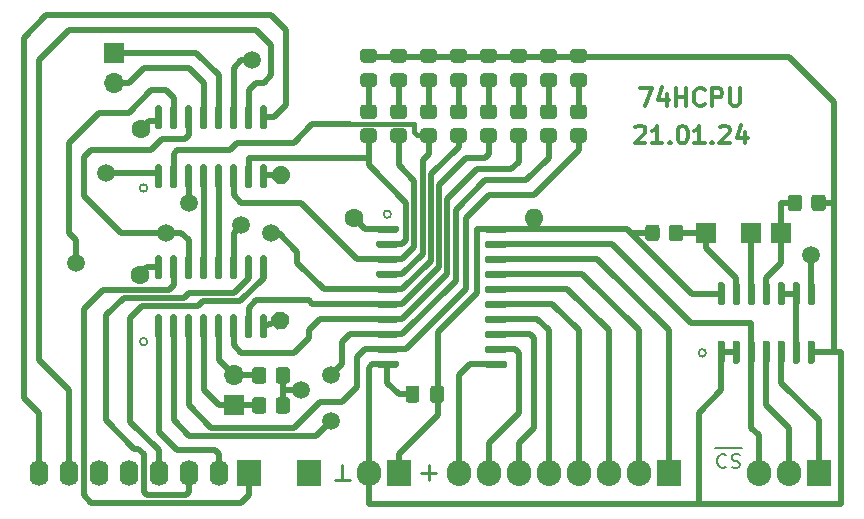
<source format=gbr>
G04 #@! TF.GenerationSoftware,KiCad,Pcbnew,(5.1.8)-1*
G04 #@! TF.CreationDate,2024-01-21T21:12:21+03:00*
G04 #@! TF.ProjectId,Reg,5265672e-6b69-4636-9164-5f7063625858,rev?*
G04 #@! TF.SameCoordinates,Original*
G04 #@! TF.FileFunction,Copper,L1,Top*
G04 #@! TF.FilePolarity,Positive*
%FSLAX46Y46*%
G04 Gerber Fmt 4.6, Leading zero omitted, Abs format (unit mm)*
G04 Created by KiCad (PCBNEW (5.1.8)-1) date 2024-01-21 21:12:21*
%MOMM*%
%LPD*%
G01*
G04 APERTURE LIST*
G04 #@! TA.AperFunction,NonConductor*
%ADD10C,0.200000*%
G04 #@! TD*
G04 #@! TA.AperFunction,NonConductor*
%ADD11C,0.300000*%
G04 #@! TD*
G04 #@! TA.AperFunction,ComponentPad*
%ADD12R,1.700000X1.700000*%
G04 #@! TD*
G04 #@! TA.AperFunction,ComponentPad*
%ADD13O,1.600000X1.600000*%
G04 #@! TD*
G04 #@! TA.AperFunction,ComponentPad*
%ADD14C,1.600000*%
G04 #@! TD*
G04 #@! TA.AperFunction,ComponentPad*
%ADD15R,2.100000X2.200000*%
G04 #@! TD*
G04 #@! TA.AperFunction,ComponentPad*
%ADD16O,1.600000X2.200000*%
G04 #@! TD*
G04 #@! TA.AperFunction,ComponentPad*
%ADD17O,2.100000X2.200000*%
G04 #@! TD*
G04 #@! TA.AperFunction,ComponentPad*
%ADD18O,1.700000X1.700000*%
G04 #@! TD*
G04 #@! TA.AperFunction,ViaPad*
%ADD19C,1.500000*%
G04 #@! TD*
G04 #@! TA.AperFunction,Conductor*
%ADD20C,0.250000*%
G04 #@! TD*
G04 #@! TA.AperFunction,Conductor*
%ADD21C,0.500000*%
G04 #@! TD*
G04 #@! TA.AperFunction,Conductor*
%ADD22C,0.400000*%
G04 #@! TD*
G04 APERTURE END LIST*
D10*
X62547500Y-42227500D02*
G75*
G03*
X62547500Y-42227500I-317500J0D01*
G01*
X110588571Y-51263500D02*
X111788571Y-51263500D01*
X111560000Y-52816071D02*
X111502857Y-52873214D01*
X111331428Y-52930357D01*
X111217142Y-52930357D01*
X111045714Y-52873214D01*
X110931428Y-52758928D01*
X110874285Y-52644642D01*
X110817142Y-52416071D01*
X110817142Y-52244642D01*
X110874285Y-52016071D01*
X110931428Y-51901785D01*
X111045714Y-51787500D01*
X111217142Y-51730357D01*
X111331428Y-51730357D01*
X111502857Y-51787500D01*
X111560000Y-51844642D01*
X111788571Y-51263500D02*
X112931428Y-51263500D01*
X112017142Y-52873214D02*
X112188571Y-52930357D01*
X112474285Y-52930357D01*
X112588571Y-52873214D01*
X112645714Y-52816071D01*
X112702857Y-52701785D01*
X112702857Y-52587500D01*
X112645714Y-52473214D01*
X112588571Y-52416071D01*
X112474285Y-52358928D01*
X112245714Y-52301785D01*
X112131428Y-52244642D01*
X112074285Y-52187500D01*
X112017142Y-52073214D01*
X112017142Y-51958928D01*
X112074285Y-51844642D01*
X112131428Y-51787500D01*
X112245714Y-51730357D01*
X112531428Y-51730357D01*
X112702857Y-51787500D01*
X83185000Y-31432500D02*
G75*
G03*
X83185000Y-31432500I-317500J0D01*
G01*
D11*
X103870714Y-24086428D02*
X103942142Y-24015000D01*
X104085000Y-23943571D01*
X104442142Y-23943571D01*
X104585000Y-24015000D01*
X104656428Y-24086428D01*
X104727857Y-24229285D01*
X104727857Y-24372142D01*
X104656428Y-24586428D01*
X103799285Y-25443571D01*
X104727857Y-25443571D01*
X106156428Y-25443571D02*
X105299285Y-25443571D01*
X105727857Y-25443571D02*
X105727857Y-23943571D01*
X105585000Y-24157857D01*
X105442142Y-24300714D01*
X105299285Y-24372142D01*
X106799285Y-25300714D02*
X106870714Y-25372142D01*
X106799285Y-25443571D01*
X106727857Y-25372142D01*
X106799285Y-25300714D01*
X106799285Y-25443571D01*
X107799285Y-23943571D02*
X107942142Y-23943571D01*
X108085000Y-24015000D01*
X108156428Y-24086428D01*
X108227857Y-24229285D01*
X108299285Y-24515000D01*
X108299285Y-24872142D01*
X108227857Y-25157857D01*
X108156428Y-25300714D01*
X108085000Y-25372142D01*
X107942142Y-25443571D01*
X107799285Y-25443571D01*
X107656428Y-25372142D01*
X107585000Y-25300714D01*
X107513571Y-25157857D01*
X107442142Y-24872142D01*
X107442142Y-24515000D01*
X107513571Y-24229285D01*
X107585000Y-24086428D01*
X107656428Y-24015000D01*
X107799285Y-23943571D01*
X109727857Y-25443571D02*
X108870714Y-25443571D01*
X109299285Y-25443571D02*
X109299285Y-23943571D01*
X109156428Y-24157857D01*
X109013571Y-24300714D01*
X108870714Y-24372142D01*
X110370714Y-25300714D02*
X110442142Y-25372142D01*
X110370714Y-25443571D01*
X110299285Y-25372142D01*
X110370714Y-25300714D01*
X110370714Y-25443571D01*
X111013571Y-24086428D02*
X111085000Y-24015000D01*
X111227857Y-23943571D01*
X111585000Y-23943571D01*
X111727857Y-24015000D01*
X111799285Y-24086428D01*
X111870714Y-24229285D01*
X111870714Y-24372142D01*
X111799285Y-24586428D01*
X110942142Y-25443571D01*
X111870714Y-25443571D01*
X113156428Y-24443571D02*
X113156428Y-25443571D01*
X112799285Y-23872142D02*
X112442142Y-24943571D01*
X113370714Y-24943571D01*
X104299285Y-20768571D02*
X105299285Y-20768571D01*
X104656428Y-22268571D01*
X106513571Y-21268571D02*
X106513571Y-22268571D01*
X106156428Y-20697142D02*
X105799285Y-21768571D01*
X106727857Y-21768571D01*
X107299285Y-22268571D02*
X107299285Y-20768571D01*
X107299285Y-21482857D02*
X108156428Y-21482857D01*
X108156428Y-22268571D02*
X108156428Y-20768571D01*
X109727857Y-22125714D02*
X109656428Y-22197142D01*
X109442142Y-22268571D01*
X109299285Y-22268571D01*
X109085000Y-22197142D01*
X108942142Y-22054285D01*
X108870714Y-21911428D01*
X108799285Y-21625714D01*
X108799285Y-21411428D01*
X108870714Y-21125714D01*
X108942142Y-20982857D01*
X109085000Y-20840000D01*
X109299285Y-20768571D01*
X109442142Y-20768571D01*
X109656428Y-20840000D01*
X109727857Y-20911428D01*
X110370714Y-22268571D02*
X110370714Y-20768571D01*
X110942142Y-20768571D01*
X111085000Y-20840000D01*
X111156428Y-20911428D01*
X111227857Y-21054285D01*
X111227857Y-21268571D01*
X111156428Y-21411428D01*
X111085000Y-21482857D01*
X110942142Y-21554285D01*
X110370714Y-21554285D01*
X111870714Y-20768571D02*
X111870714Y-21982857D01*
X111942142Y-22125714D01*
X112013571Y-22197142D01*
X112156428Y-22268571D01*
X112442142Y-22268571D01*
X112585000Y-22197142D01*
X112656428Y-22125714D01*
X112727857Y-21982857D01*
X112727857Y-20768571D01*
D10*
X109855000Y-43180000D02*
G75*
G03*
X109855000Y-43180000I-317500J0D01*
G01*
X62547500Y-29210000D02*
G75*
G03*
X62547500Y-29210000I-317500J0D01*
G01*
G04 #@! TA.AperFunction,SMDPad,CuDef*
G36*
G01*
X106715000Y-33470001D02*
X106715000Y-32569999D01*
G75*
G02*
X106964999Y-32320000I249999J0D01*
G01*
X107665001Y-32320000D01*
G75*
G02*
X107915000Y-32569999I0J-249999D01*
G01*
X107915000Y-33470001D01*
G75*
G02*
X107665001Y-33720000I-249999J0D01*
G01*
X106964999Y-33720000D01*
G75*
G02*
X106715000Y-33470001I0J249999D01*
G01*
G37*
G04 #@! TD.AperFunction*
G04 #@! TA.AperFunction,SMDPad,CuDef*
G36*
G01*
X104715000Y-33470001D02*
X104715000Y-32569999D01*
G75*
G02*
X104964999Y-32320000I249999J0D01*
G01*
X105665001Y-32320000D01*
G75*
G02*
X105915000Y-32569999I0J-249999D01*
G01*
X105915000Y-33470001D01*
G75*
G02*
X105665001Y-33720000I-249999J0D01*
G01*
X104964999Y-33720000D01*
G75*
G02*
X104715000Y-33470001I0J249999D01*
G01*
G37*
G04 #@! TD.AperFunction*
D12*
X113665000Y-33020000D03*
X109855000Y-33020000D03*
G04 #@! TA.AperFunction,SMDPad,CuDef*
G36*
G01*
X117980000Y-30029999D02*
X117980000Y-30930001D01*
G75*
G02*
X117730001Y-31180000I-249999J0D01*
G01*
X117029999Y-31180000D01*
G75*
G02*
X116780000Y-30930001I0J249999D01*
G01*
X116780000Y-30029999D01*
G75*
G02*
X117029999Y-29780000I249999J0D01*
G01*
X117730001Y-29780000D01*
G75*
G02*
X117980000Y-30029999I0J-249999D01*
G01*
G37*
G04 #@! TD.AperFunction*
G04 #@! TA.AperFunction,SMDPad,CuDef*
G36*
G01*
X119980000Y-30029999D02*
X119980000Y-30930001D01*
G75*
G02*
X119730001Y-31180000I-249999J0D01*
G01*
X119029999Y-31180000D01*
G75*
G02*
X118780000Y-30930001I0J249999D01*
G01*
X118780000Y-30029999D01*
G75*
G02*
X119029999Y-29780000I249999J0D01*
G01*
X119730001Y-29780000D01*
G75*
G02*
X119980000Y-30029999I0J-249999D01*
G01*
G37*
G04 #@! TD.AperFunction*
X116205000Y-33020000D03*
G04 #@! TA.AperFunction,SMDPad,CuDef*
G36*
G01*
X73425000Y-45535001D02*
X73425000Y-44634999D01*
G75*
G02*
X73674999Y-44385000I249999J0D01*
G01*
X74375001Y-44385000D01*
G75*
G02*
X74625000Y-44634999I0J-249999D01*
G01*
X74625000Y-45535001D01*
G75*
G02*
X74375001Y-45785000I-249999J0D01*
G01*
X73674999Y-45785000D01*
G75*
G02*
X73425000Y-45535001I0J249999D01*
G01*
G37*
G04 #@! TD.AperFunction*
G04 #@! TA.AperFunction,SMDPad,CuDef*
G36*
G01*
X71425000Y-45535001D02*
X71425000Y-44634999D01*
G75*
G02*
X71674999Y-44385000I249999J0D01*
G01*
X72375001Y-44385000D01*
G75*
G02*
X72625000Y-44634999I0J-249999D01*
G01*
X72625000Y-45535001D01*
G75*
G02*
X72375001Y-45785000I-249999J0D01*
G01*
X71674999Y-45785000D01*
G75*
G02*
X71425000Y-45535001I0J249999D01*
G01*
G37*
G04 #@! TD.AperFunction*
G04 #@! TA.AperFunction,SMDPad,CuDef*
G36*
G01*
X73425000Y-48075001D02*
X73425000Y-47174999D01*
G75*
G02*
X73674999Y-46925000I249999J0D01*
G01*
X74375001Y-46925000D01*
G75*
G02*
X74625000Y-47174999I0J-249999D01*
G01*
X74625000Y-48075001D01*
G75*
G02*
X74375001Y-48325000I-249999J0D01*
G01*
X73674999Y-48325000D01*
G75*
G02*
X73425000Y-48075001I0J249999D01*
G01*
G37*
G04 #@! TD.AperFunction*
G04 #@! TA.AperFunction,SMDPad,CuDef*
G36*
G01*
X71425000Y-48075001D02*
X71425000Y-47174999D01*
G75*
G02*
X71674999Y-46925000I249999J0D01*
G01*
X72375001Y-46925000D01*
G75*
G02*
X72625000Y-47174999I0J-249999D01*
G01*
X72625000Y-48075001D01*
G75*
G02*
X72375001Y-48325000I-249999J0D01*
G01*
X71674999Y-48325000D01*
G75*
G02*
X71425000Y-48075001I0J249999D01*
G01*
G37*
G04 #@! TD.AperFunction*
D13*
X95250000Y-31750000D03*
D14*
X80010000Y-31750000D03*
G04 #@! TA.AperFunction,ComponentPad*
G36*
G01*
X73039861Y-40191498D02*
X73039861Y-40191498D01*
G75*
G02*
X74047920Y-39677867I760845J-247214D01*
G01*
X74047920Y-39677867D01*
G75*
G02*
X74561551Y-40685926I-247214J-760845D01*
G01*
X74561551Y-40685926D01*
G75*
G02*
X73553492Y-41199557I-760845J247214D01*
G01*
X73553492Y-41199557D01*
G75*
G02*
X73039861Y-40191498I247214J760845D01*
G01*
G37*
G04 #@! TD.AperFunction*
X61912500Y-36576000D03*
G04 #@! TA.AperFunction,ComponentPad*
G36*
G01*
X73103361Y-27872498D02*
X73103361Y-27872498D01*
G75*
G02*
X74111420Y-27358867I760845J-247214D01*
G01*
X74111420Y-27358867D01*
G75*
G02*
X74625051Y-28366926I-247214J-760845D01*
G01*
X74625051Y-28366926D01*
G75*
G02*
X73616992Y-28880557I-760845J247214D01*
G01*
X73616992Y-28880557D01*
G75*
G02*
X73103361Y-27872498I247214J760845D01*
G01*
G37*
G04 #@! TD.AperFunction*
X61976000Y-24257000D03*
G04 #@! TA.AperFunction,SMDPad,CuDef*
G36*
G01*
X63650000Y-24217500D02*
X63350000Y-24217500D01*
G75*
G02*
X63200000Y-24067500I0J150000D01*
G01*
X63200000Y-22367500D01*
G75*
G02*
X63350000Y-22217500I150000J0D01*
G01*
X63650000Y-22217500D01*
G75*
G02*
X63800000Y-22367500I0J-150000D01*
G01*
X63800000Y-24067500D01*
G75*
G02*
X63650000Y-24217500I-150000J0D01*
G01*
G37*
G04 #@! TD.AperFunction*
G04 #@! TA.AperFunction,SMDPad,CuDef*
G36*
G01*
X64920000Y-24217500D02*
X64620000Y-24217500D01*
G75*
G02*
X64470000Y-24067500I0J150000D01*
G01*
X64470000Y-22367500D01*
G75*
G02*
X64620000Y-22217500I150000J0D01*
G01*
X64920000Y-22217500D01*
G75*
G02*
X65070000Y-22367500I0J-150000D01*
G01*
X65070000Y-24067500D01*
G75*
G02*
X64920000Y-24217500I-150000J0D01*
G01*
G37*
G04 #@! TD.AperFunction*
G04 #@! TA.AperFunction,SMDPad,CuDef*
G36*
G01*
X66190000Y-24217500D02*
X65890000Y-24217500D01*
G75*
G02*
X65740000Y-24067500I0J150000D01*
G01*
X65740000Y-22367500D01*
G75*
G02*
X65890000Y-22217500I150000J0D01*
G01*
X66190000Y-22217500D01*
G75*
G02*
X66340000Y-22367500I0J-150000D01*
G01*
X66340000Y-24067500D01*
G75*
G02*
X66190000Y-24217500I-150000J0D01*
G01*
G37*
G04 #@! TD.AperFunction*
G04 #@! TA.AperFunction,SMDPad,CuDef*
G36*
G01*
X67460000Y-24217500D02*
X67160000Y-24217500D01*
G75*
G02*
X67010000Y-24067500I0J150000D01*
G01*
X67010000Y-22367500D01*
G75*
G02*
X67160000Y-22217500I150000J0D01*
G01*
X67460000Y-22217500D01*
G75*
G02*
X67610000Y-22367500I0J-150000D01*
G01*
X67610000Y-24067500D01*
G75*
G02*
X67460000Y-24217500I-150000J0D01*
G01*
G37*
G04 #@! TD.AperFunction*
G04 #@! TA.AperFunction,SMDPad,CuDef*
G36*
G01*
X68730000Y-24217500D02*
X68430000Y-24217500D01*
G75*
G02*
X68280000Y-24067500I0J150000D01*
G01*
X68280000Y-22367500D01*
G75*
G02*
X68430000Y-22217500I150000J0D01*
G01*
X68730000Y-22217500D01*
G75*
G02*
X68880000Y-22367500I0J-150000D01*
G01*
X68880000Y-24067500D01*
G75*
G02*
X68730000Y-24217500I-150000J0D01*
G01*
G37*
G04 #@! TD.AperFunction*
G04 #@! TA.AperFunction,SMDPad,CuDef*
G36*
G01*
X70000000Y-24217500D02*
X69700000Y-24217500D01*
G75*
G02*
X69550000Y-24067500I0J150000D01*
G01*
X69550000Y-22367500D01*
G75*
G02*
X69700000Y-22217500I150000J0D01*
G01*
X70000000Y-22217500D01*
G75*
G02*
X70150000Y-22367500I0J-150000D01*
G01*
X70150000Y-24067500D01*
G75*
G02*
X70000000Y-24217500I-150000J0D01*
G01*
G37*
G04 #@! TD.AperFunction*
G04 #@! TA.AperFunction,SMDPad,CuDef*
G36*
G01*
X71270000Y-24217500D02*
X70970000Y-24217500D01*
G75*
G02*
X70820000Y-24067500I0J150000D01*
G01*
X70820000Y-22367500D01*
G75*
G02*
X70970000Y-22217500I150000J0D01*
G01*
X71270000Y-22217500D01*
G75*
G02*
X71420000Y-22367500I0J-150000D01*
G01*
X71420000Y-24067500D01*
G75*
G02*
X71270000Y-24217500I-150000J0D01*
G01*
G37*
G04 #@! TD.AperFunction*
G04 #@! TA.AperFunction,SMDPad,CuDef*
G36*
G01*
X72540000Y-24217500D02*
X72240000Y-24217500D01*
G75*
G02*
X72090000Y-24067500I0J150000D01*
G01*
X72090000Y-22367500D01*
G75*
G02*
X72240000Y-22217500I150000J0D01*
G01*
X72540000Y-22217500D01*
G75*
G02*
X72690000Y-22367500I0J-150000D01*
G01*
X72690000Y-24067500D01*
G75*
G02*
X72540000Y-24217500I-150000J0D01*
G01*
G37*
G04 #@! TD.AperFunction*
G04 #@! TA.AperFunction,SMDPad,CuDef*
G36*
G01*
X72540000Y-29217500D02*
X72240000Y-29217500D01*
G75*
G02*
X72090000Y-29067500I0J150000D01*
G01*
X72090000Y-27367500D01*
G75*
G02*
X72240000Y-27217500I150000J0D01*
G01*
X72540000Y-27217500D01*
G75*
G02*
X72690000Y-27367500I0J-150000D01*
G01*
X72690000Y-29067500D01*
G75*
G02*
X72540000Y-29217500I-150000J0D01*
G01*
G37*
G04 #@! TD.AperFunction*
G04 #@! TA.AperFunction,SMDPad,CuDef*
G36*
G01*
X71270000Y-29217500D02*
X70970000Y-29217500D01*
G75*
G02*
X70820000Y-29067500I0J150000D01*
G01*
X70820000Y-27367500D01*
G75*
G02*
X70970000Y-27217500I150000J0D01*
G01*
X71270000Y-27217500D01*
G75*
G02*
X71420000Y-27367500I0J-150000D01*
G01*
X71420000Y-29067500D01*
G75*
G02*
X71270000Y-29217500I-150000J0D01*
G01*
G37*
G04 #@! TD.AperFunction*
G04 #@! TA.AperFunction,SMDPad,CuDef*
G36*
G01*
X70000000Y-29217500D02*
X69700000Y-29217500D01*
G75*
G02*
X69550000Y-29067500I0J150000D01*
G01*
X69550000Y-27367500D01*
G75*
G02*
X69700000Y-27217500I150000J0D01*
G01*
X70000000Y-27217500D01*
G75*
G02*
X70150000Y-27367500I0J-150000D01*
G01*
X70150000Y-29067500D01*
G75*
G02*
X70000000Y-29217500I-150000J0D01*
G01*
G37*
G04 #@! TD.AperFunction*
G04 #@! TA.AperFunction,SMDPad,CuDef*
G36*
G01*
X68730000Y-29217500D02*
X68430000Y-29217500D01*
G75*
G02*
X68280000Y-29067500I0J150000D01*
G01*
X68280000Y-27367500D01*
G75*
G02*
X68430000Y-27217500I150000J0D01*
G01*
X68730000Y-27217500D01*
G75*
G02*
X68880000Y-27367500I0J-150000D01*
G01*
X68880000Y-29067500D01*
G75*
G02*
X68730000Y-29217500I-150000J0D01*
G01*
G37*
G04 #@! TD.AperFunction*
G04 #@! TA.AperFunction,SMDPad,CuDef*
G36*
G01*
X67460000Y-29217500D02*
X67160000Y-29217500D01*
G75*
G02*
X67010000Y-29067500I0J150000D01*
G01*
X67010000Y-27367500D01*
G75*
G02*
X67160000Y-27217500I150000J0D01*
G01*
X67460000Y-27217500D01*
G75*
G02*
X67610000Y-27367500I0J-150000D01*
G01*
X67610000Y-29067500D01*
G75*
G02*
X67460000Y-29217500I-150000J0D01*
G01*
G37*
G04 #@! TD.AperFunction*
G04 #@! TA.AperFunction,SMDPad,CuDef*
G36*
G01*
X66190000Y-29217500D02*
X65890000Y-29217500D01*
G75*
G02*
X65740000Y-29067500I0J150000D01*
G01*
X65740000Y-27367500D01*
G75*
G02*
X65890000Y-27217500I150000J0D01*
G01*
X66190000Y-27217500D01*
G75*
G02*
X66340000Y-27367500I0J-150000D01*
G01*
X66340000Y-29067500D01*
G75*
G02*
X66190000Y-29217500I-150000J0D01*
G01*
G37*
G04 #@! TD.AperFunction*
G04 #@! TA.AperFunction,SMDPad,CuDef*
G36*
G01*
X64920000Y-29217500D02*
X64620000Y-29217500D01*
G75*
G02*
X64470000Y-29067500I0J150000D01*
G01*
X64470000Y-27367500D01*
G75*
G02*
X64620000Y-27217500I150000J0D01*
G01*
X64920000Y-27217500D01*
G75*
G02*
X65070000Y-27367500I0J-150000D01*
G01*
X65070000Y-29067500D01*
G75*
G02*
X64920000Y-29217500I-150000J0D01*
G01*
G37*
G04 #@! TD.AperFunction*
G04 #@! TA.AperFunction,SMDPad,CuDef*
G36*
G01*
X63650000Y-29217500D02*
X63350000Y-29217500D01*
G75*
G02*
X63200000Y-29067500I0J150000D01*
G01*
X63200000Y-27367500D01*
G75*
G02*
X63350000Y-27217500I150000J0D01*
G01*
X63650000Y-27217500D01*
G75*
G02*
X63800000Y-27367500I0J-150000D01*
G01*
X63800000Y-29067500D01*
G75*
G02*
X63650000Y-29217500I-150000J0D01*
G01*
G37*
G04 #@! TD.AperFunction*
G04 #@! TA.AperFunction,SMDPad,CuDef*
G36*
G01*
X63650000Y-36917500D02*
X63350000Y-36917500D01*
G75*
G02*
X63200000Y-36767500I0J150000D01*
G01*
X63200000Y-35067500D01*
G75*
G02*
X63350000Y-34917500I150000J0D01*
G01*
X63650000Y-34917500D01*
G75*
G02*
X63800000Y-35067500I0J-150000D01*
G01*
X63800000Y-36767500D01*
G75*
G02*
X63650000Y-36917500I-150000J0D01*
G01*
G37*
G04 #@! TD.AperFunction*
G04 #@! TA.AperFunction,SMDPad,CuDef*
G36*
G01*
X64920000Y-36917500D02*
X64620000Y-36917500D01*
G75*
G02*
X64470000Y-36767500I0J150000D01*
G01*
X64470000Y-35067500D01*
G75*
G02*
X64620000Y-34917500I150000J0D01*
G01*
X64920000Y-34917500D01*
G75*
G02*
X65070000Y-35067500I0J-150000D01*
G01*
X65070000Y-36767500D01*
G75*
G02*
X64920000Y-36917500I-150000J0D01*
G01*
G37*
G04 #@! TD.AperFunction*
G04 #@! TA.AperFunction,SMDPad,CuDef*
G36*
G01*
X66190000Y-36917500D02*
X65890000Y-36917500D01*
G75*
G02*
X65740000Y-36767500I0J150000D01*
G01*
X65740000Y-35067500D01*
G75*
G02*
X65890000Y-34917500I150000J0D01*
G01*
X66190000Y-34917500D01*
G75*
G02*
X66340000Y-35067500I0J-150000D01*
G01*
X66340000Y-36767500D01*
G75*
G02*
X66190000Y-36917500I-150000J0D01*
G01*
G37*
G04 #@! TD.AperFunction*
G04 #@! TA.AperFunction,SMDPad,CuDef*
G36*
G01*
X67460000Y-36917500D02*
X67160000Y-36917500D01*
G75*
G02*
X67010000Y-36767500I0J150000D01*
G01*
X67010000Y-35067500D01*
G75*
G02*
X67160000Y-34917500I150000J0D01*
G01*
X67460000Y-34917500D01*
G75*
G02*
X67610000Y-35067500I0J-150000D01*
G01*
X67610000Y-36767500D01*
G75*
G02*
X67460000Y-36917500I-150000J0D01*
G01*
G37*
G04 #@! TD.AperFunction*
G04 #@! TA.AperFunction,SMDPad,CuDef*
G36*
G01*
X68730000Y-36917500D02*
X68430000Y-36917500D01*
G75*
G02*
X68280000Y-36767500I0J150000D01*
G01*
X68280000Y-35067500D01*
G75*
G02*
X68430000Y-34917500I150000J0D01*
G01*
X68730000Y-34917500D01*
G75*
G02*
X68880000Y-35067500I0J-150000D01*
G01*
X68880000Y-36767500D01*
G75*
G02*
X68730000Y-36917500I-150000J0D01*
G01*
G37*
G04 #@! TD.AperFunction*
G04 #@! TA.AperFunction,SMDPad,CuDef*
G36*
G01*
X70000000Y-36917500D02*
X69700000Y-36917500D01*
G75*
G02*
X69550000Y-36767500I0J150000D01*
G01*
X69550000Y-35067500D01*
G75*
G02*
X69700000Y-34917500I150000J0D01*
G01*
X70000000Y-34917500D01*
G75*
G02*
X70150000Y-35067500I0J-150000D01*
G01*
X70150000Y-36767500D01*
G75*
G02*
X70000000Y-36917500I-150000J0D01*
G01*
G37*
G04 #@! TD.AperFunction*
G04 #@! TA.AperFunction,SMDPad,CuDef*
G36*
G01*
X71270000Y-36917500D02*
X70970000Y-36917500D01*
G75*
G02*
X70820000Y-36767500I0J150000D01*
G01*
X70820000Y-35067500D01*
G75*
G02*
X70970000Y-34917500I150000J0D01*
G01*
X71270000Y-34917500D01*
G75*
G02*
X71420000Y-35067500I0J-150000D01*
G01*
X71420000Y-36767500D01*
G75*
G02*
X71270000Y-36917500I-150000J0D01*
G01*
G37*
G04 #@! TD.AperFunction*
G04 #@! TA.AperFunction,SMDPad,CuDef*
G36*
G01*
X72540000Y-36917500D02*
X72240000Y-36917500D01*
G75*
G02*
X72090000Y-36767500I0J150000D01*
G01*
X72090000Y-35067500D01*
G75*
G02*
X72240000Y-34917500I150000J0D01*
G01*
X72540000Y-34917500D01*
G75*
G02*
X72690000Y-35067500I0J-150000D01*
G01*
X72690000Y-36767500D01*
G75*
G02*
X72540000Y-36917500I-150000J0D01*
G01*
G37*
G04 #@! TD.AperFunction*
G04 #@! TA.AperFunction,SMDPad,CuDef*
G36*
G01*
X72540000Y-41917500D02*
X72240000Y-41917500D01*
G75*
G02*
X72090000Y-41767500I0J150000D01*
G01*
X72090000Y-40067500D01*
G75*
G02*
X72240000Y-39917500I150000J0D01*
G01*
X72540000Y-39917500D01*
G75*
G02*
X72690000Y-40067500I0J-150000D01*
G01*
X72690000Y-41767500D01*
G75*
G02*
X72540000Y-41917500I-150000J0D01*
G01*
G37*
G04 #@! TD.AperFunction*
G04 #@! TA.AperFunction,SMDPad,CuDef*
G36*
G01*
X71270000Y-41917500D02*
X70970000Y-41917500D01*
G75*
G02*
X70820000Y-41767500I0J150000D01*
G01*
X70820000Y-40067500D01*
G75*
G02*
X70970000Y-39917500I150000J0D01*
G01*
X71270000Y-39917500D01*
G75*
G02*
X71420000Y-40067500I0J-150000D01*
G01*
X71420000Y-41767500D01*
G75*
G02*
X71270000Y-41917500I-150000J0D01*
G01*
G37*
G04 #@! TD.AperFunction*
G04 #@! TA.AperFunction,SMDPad,CuDef*
G36*
G01*
X70000000Y-41917500D02*
X69700000Y-41917500D01*
G75*
G02*
X69550000Y-41767500I0J150000D01*
G01*
X69550000Y-40067500D01*
G75*
G02*
X69700000Y-39917500I150000J0D01*
G01*
X70000000Y-39917500D01*
G75*
G02*
X70150000Y-40067500I0J-150000D01*
G01*
X70150000Y-41767500D01*
G75*
G02*
X70000000Y-41917500I-150000J0D01*
G01*
G37*
G04 #@! TD.AperFunction*
G04 #@! TA.AperFunction,SMDPad,CuDef*
G36*
G01*
X68730000Y-41917500D02*
X68430000Y-41917500D01*
G75*
G02*
X68280000Y-41767500I0J150000D01*
G01*
X68280000Y-40067500D01*
G75*
G02*
X68430000Y-39917500I150000J0D01*
G01*
X68730000Y-39917500D01*
G75*
G02*
X68880000Y-40067500I0J-150000D01*
G01*
X68880000Y-41767500D01*
G75*
G02*
X68730000Y-41917500I-150000J0D01*
G01*
G37*
G04 #@! TD.AperFunction*
G04 #@! TA.AperFunction,SMDPad,CuDef*
G36*
G01*
X67460000Y-41917500D02*
X67160000Y-41917500D01*
G75*
G02*
X67010000Y-41767500I0J150000D01*
G01*
X67010000Y-40067500D01*
G75*
G02*
X67160000Y-39917500I150000J0D01*
G01*
X67460000Y-39917500D01*
G75*
G02*
X67610000Y-40067500I0J-150000D01*
G01*
X67610000Y-41767500D01*
G75*
G02*
X67460000Y-41917500I-150000J0D01*
G01*
G37*
G04 #@! TD.AperFunction*
G04 #@! TA.AperFunction,SMDPad,CuDef*
G36*
G01*
X66190000Y-41917500D02*
X65890000Y-41917500D01*
G75*
G02*
X65740000Y-41767500I0J150000D01*
G01*
X65740000Y-40067500D01*
G75*
G02*
X65890000Y-39917500I150000J0D01*
G01*
X66190000Y-39917500D01*
G75*
G02*
X66340000Y-40067500I0J-150000D01*
G01*
X66340000Y-41767500D01*
G75*
G02*
X66190000Y-41917500I-150000J0D01*
G01*
G37*
G04 #@! TD.AperFunction*
G04 #@! TA.AperFunction,SMDPad,CuDef*
G36*
G01*
X64920000Y-41917500D02*
X64620000Y-41917500D01*
G75*
G02*
X64470000Y-41767500I0J150000D01*
G01*
X64470000Y-40067500D01*
G75*
G02*
X64620000Y-39917500I150000J0D01*
G01*
X64920000Y-39917500D01*
G75*
G02*
X65070000Y-40067500I0J-150000D01*
G01*
X65070000Y-41767500D01*
G75*
G02*
X64920000Y-41917500I-150000J0D01*
G01*
G37*
G04 #@! TD.AperFunction*
G04 #@! TA.AperFunction,SMDPad,CuDef*
G36*
G01*
X63650000Y-41917500D02*
X63350000Y-41917500D01*
G75*
G02*
X63200000Y-41767500I0J150000D01*
G01*
X63200000Y-40067500D01*
G75*
G02*
X63350000Y-39917500I150000J0D01*
G01*
X63650000Y-39917500D01*
G75*
G02*
X63800000Y-40067500I0J-150000D01*
G01*
X63800000Y-41767500D01*
G75*
G02*
X63650000Y-41917500I-150000J0D01*
G01*
G37*
G04 #@! TD.AperFunction*
G04 #@! TA.AperFunction,SMDPad,CuDef*
G36*
G01*
X85592500Y-46197500D02*
X85592500Y-47147500D01*
G75*
G02*
X85342500Y-47397500I-250000J0D01*
G01*
X84667500Y-47397500D01*
G75*
G02*
X84417500Y-47147500I0J250000D01*
G01*
X84417500Y-46197500D01*
G75*
G02*
X84667500Y-45947500I250000J0D01*
G01*
X85342500Y-45947500D01*
G75*
G02*
X85592500Y-46197500I0J-250000D01*
G01*
G37*
G04 #@! TD.AperFunction*
G04 #@! TA.AperFunction,SMDPad,CuDef*
G36*
G01*
X87667500Y-46197500D02*
X87667500Y-47147500D01*
G75*
G02*
X87417500Y-47397500I-250000J0D01*
G01*
X86742500Y-47397500D01*
G75*
G02*
X86492500Y-47147500I0J250000D01*
G01*
X86492500Y-46197500D01*
G75*
G02*
X86742500Y-45947500I250000J0D01*
G01*
X87417500Y-45947500D01*
G75*
G02*
X87667500Y-46197500I0J-250000D01*
G01*
G37*
G04 #@! TD.AperFunction*
G04 #@! TA.AperFunction,SMDPad,CuDef*
G36*
G01*
X99510001Y-23365000D02*
X98609999Y-23365000D01*
G75*
G02*
X98360000Y-23115001I0J249999D01*
G01*
X98360000Y-22414999D01*
G75*
G02*
X98609999Y-22165000I249999J0D01*
G01*
X99510001Y-22165000D01*
G75*
G02*
X99760000Y-22414999I0J-249999D01*
G01*
X99760000Y-23115001D01*
G75*
G02*
X99510001Y-23365000I-249999J0D01*
G01*
G37*
G04 #@! TD.AperFunction*
G04 #@! TA.AperFunction,SMDPad,CuDef*
G36*
G01*
X99510001Y-25365000D02*
X98609999Y-25365000D01*
G75*
G02*
X98360000Y-25115001I0J249999D01*
G01*
X98360000Y-24414999D01*
G75*
G02*
X98609999Y-24165000I249999J0D01*
G01*
X99510001Y-24165000D01*
G75*
G02*
X99760000Y-24414999I0J-249999D01*
G01*
X99760000Y-25115001D01*
G75*
G02*
X99510001Y-25365000I-249999J0D01*
G01*
G37*
G04 #@! TD.AperFunction*
G04 #@! TA.AperFunction,SMDPad,CuDef*
G36*
G01*
X96970001Y-23365000D02*
X96069999Y-23365000D01*
G75*
G02*
X95820000Y-23115001I0J249999D01*
G01*
X95820000Y-22414999D01*
G75*
G02*
X96069999Y-22165000I249999J0D01*
G01*
X96970001Y-22165000D01*
G75*
G02*
X97220000Y-22414999I0J-249999D01*
G01*
X97220000Y-23115001D01*
G75*
G02*
X96970001Y-23365000I-249999J0D01*
G01*
G37*
G04 #@! TD.AperFunction*
G04 #@! TA.AperFunction,SMDPad,CuDef*
G36*
G01*
X96970001Y-25365000D02*
X96069999Y-25365000D01*
G75*
G02*
X95820000Y-25115001I0J249999D01*
G01*
X95820000Y-24414999D01*
G75*
G02*
X96069999Y-24165000I249999J0D01*
G01*
X96970001Y-24165000D01*
G75*
G02*
X97220000Y-24414999I0J-249999D01*
G01*
X97220000Y-25115001D01*
G75*
G02*
X96970001Y-25365000I-249999J0D01*
G01*
G37*
G04 #@! TD.AperFunction*
G04 #@! TA.AperFunction,SMDPad,CuDef*
G36*
G01*
X94430001Y-23365000D02*
X93529999Y-23365000D01*
G75*
G02*
X93280000Y-23115001I0J249999D01*
G01*
X93280000Y-22414999D01*
G75*
G02*
X93529999Y-22165000I249999J0D01*
G01*
X94430001Y-22165000D01*
G75*
G02*
X94680000Y-22414999I0J-249999D01*
G01*
X94680000Y-23115001D01*
G75*
G02*
X94430001Y-23365000I-249999J0D01*
G01*
G37*
G04 #@! TD.AperFunction*
G04 #@! TA.AperFunction,SMDPad,CuDef*
G36*
G01*
X94430001Y-25365000D02*
X93529999Y-25365000D01*
G75*
G02*
X93280000Y-25115001I0J249999D01*
G01*
X93280000Y-24414999D01*
G75*
G02*
X93529999Y-24165000I249999J0D01*
G01*
X94430001Y-24165000D01*
G75*
G02*
X94680000Y-24414999I0J-249999D01*
G01*
X94680000Y-25115001D01*
G75*
G02*
X94430001Y-25365000I-249999J0D01*
G01*
G37*
G04 #@! TD.AperFunction*
G04 #@! TA.AperFunction,SMDPad,CuDef*
G36*
G01*
X91890001Y-23365000D02*
X90989999Y-23365000D01*
G75*
G02*
X90740000Y-23115001I0J249999D01*
G01*
X90740000Y-22414999D01*
G75*
G02*
X90989999Y-22165000I249999J0D01*
G01*
X91890001Y-22165000D01*
G75*
G02*
X92140000Y-22414999I0J-249999D01*
G01*
X92140000Y-23115001D01*
G75*
G02*
X91890001Y-23365000I-249999J0D01*
G01*
G37*
G04 #@! TD.AperFunction*
G04 #@! TA.AperFunction,SMDPad,CuDef*
G36*
G01*
X91890001Y-25365000D02*
X90989999Y-25365000D01*
G75*
G02*
X90740000Y-25115001I0J249999D01*
G01*
X90740000Y-24414999D01*
G75*
G02*
X90989999Y-24165000I249999J0D01*
G01*
X91890001Y-24165000D01*
G75*
G02*
X92140000Y-24414999I0J-249999D01*
G01*
X92140000Y-25115001D01*
G75*
G02*
X91890001Y-25365000I-249999J0D01*
G01*
G37*
G04 #@! TD.AperFunction*
G04 #@! TA.AperFunction,SMDPad,CuDef*
G36*
G01*
X89350001Y-23365000D02*
X88449999Y-23365000D01*
G75*
G02*
X88200000Y-23115001I0J249999D01*
G01*
X88200000Y-22414999D01*
G75*
G02*
X88449999Y-22165000I249999J0D01*
G01*
X89350001Y-22165000D01*
G75*
G02*
X89600000Y-22414999I0J-249999D01*
G01*
X89600000Y-23115001D01*
G75*
G02*
X89350001Y-23365000I-249999J0D01*
G01*
G37*
G04 #@! TD.AperFunction*
G04 #@! TA.AperFunction,SMDPad,CuDef*
G36*
G01*
X89350001Y-25365000D02*
X88449999Y-25365000D01*
G75*
G02*
X88200000Y-25115001I0J249999D01*
G01*
X88200000Y-24414999D01*
G75*
G02*
X88449999Y-24165000I249999J0D01*
G01*
X89350001Y-24165000D01*
G75*
G02*
X89600000Y-24414999I0J-249999D01*
G01*
X89600000Y-25115001D01*
G75*
G02*
X89350001Y-25365000I-249999J0D01*
G01*
G37*
G04 #@! TD.AperFunction*
G04 #@! TA.AperFunction,SMDPad,CuDef*
G36*
G01*
X86810001Y-23365000D02*
X85909999Y-23365000D01*
G75*
G02*
X85660000Y-23115001I0J249999D01*
G01*
X85660000Y-22414999D01*
G75*
G02*
X85909999Y-22165000I249999J0D01*
G01*
X86810001Y-22165000D01*
G75*
G02*
X87060000Y-22414999I0J-249999D01*
G01*
X87060000Y-23115001D01*
G75*
G02*
X86810001Y-23365000I-249999J0D01*
G01*
G37*
G04 #@! TD.AperFunction*
G04 #@! TA.AperFunction,SMDPad,CuDef*
G36*
G01*
X86810001Y-25365000D02*
X85909999Y-25365000D01*
G75*
G02*
X85660000Y-25115001I0J249999D01*
G01*
X85660000Y-24414999D01*
G75*
G02*
X85909999Y-24165000I249999J0D01*
G01*
X86810001Y-24165000D01*
G75*
G02*
X87060000Y-24414999I0J-249999D01*
G01*
X87060000Y-25115001D01*
G75*
G02*
X86810001Y-25365000I-249999J0D01*
G01*
G37*
G04 #@! TD.AperFunction*
G04 #@! TA.AperFunction,SMDPad,CuDef*
G36*
G01*
X84270001Y-23365000D02*
X83369999Y-23365000D01*
G75*
G02*
X83120000Y-23115001I0J249999D01*
G01*
X83120000Y-22414999D01*
G75*
G02*
X83369999Y-22165000I249999J0D01*
G01*
X84270001Y-22165000D01*
G75*
G02*
X84520000Y-22414999I0J-249999D01*
G01*
X84520000Y-23115001D01*
G75*
G02*
X84270001Y-23365000I-249999J0D01*
G01*
G37*
G04 #@! TD.AperFunction*
G04 #@! TA.AperFunction,SMDPad,CuDef*
G36*
G01*
X84270001Y-25365000D02*
X83369999Y-25365000D01*
G75*
G02*
X83120000Y-25115001I0J249999D01*
G01*
X83120000Y-24414999D01*
G75*
G02*
X83369999Y-24165000I249999J0D01*
G01*
X84270001Y-24165000D01*
G75*
G02*
X84520000Y-24414999I0J-249999D01*
G01*
X84520000Y-25115001D01*
G75*
G02*
X84270001Y-25365000I-249999J0D01*
G01*
G37*
G04 #@! TD.AperFunction*
G04 #@! TA.AperFunction,SMDPad,CuDef*
G36*
G01*
X81730001Y-23365000D02*
X80829999Y-23365000D01*
G75*
G02*
X80580000Y-23115001I0J249999D01*
G01*
X80580000Y-22414999D01*
G75*
G02*
X80829999Y-22165000I249999J0D01*
G01*
X81730001Y-22165000D01*
G75*
G02*
X81980000Y-22414999I0J-249999D01*
G01*
X81980000Y-23115001D01*
G75*
G02*
X81730001Y-23365000I-249999J0D01*
G01*
G37*
G04 #@! TD.AperFunction*
G04 #@! TA.AperFunction,SMDPad,CuDef*
G36*
G01*
X81730001Y-25365000D02*
X80829999Y-25365000D01*
G75*
G02*
X80580000Y-25115001I0J249999D01*
G01*
X80580000Y-24414999D01*
G75*
G02*
X80829999Y-24165000I249999J0D01*
G01*
X81730001Y-24165000D01*
G75*
G02*
X81980000Y-24414999I0J-249999D01*
G01*
X81980000Y-25115001D01*
G75*
G02*
X81730001Y-25365000I-249999J0D01*
G01*
G37*
G04 #@! TD.AperFunction*
G04 #@! TA.AperFunction,SMDPad,CuDef*
G36*
G01*
X98609999Y-19500000D02*
X99510001Y-19500000D01*
G75*
G02*
X99760000Y-19749999I0J-249999D01*
G01*
X99760000Y-20400001D01*
G75*
G02*
X99510001Y-20650000I-249999J0D01*
G01*
X98609999Y-20650000D01*
G75*
G02*
X98360000Y-20400001I0J249999D01*
G01*
X98360000Y-19749999D01*
G75*
G02*
X98609999Y-19500000I249999J0D01*
G01*
G37*
G04 #@! TD.AperFunction*
G04 #@! TA.AperFunction,SMDPad,CuDef*
G36*
G01*
X98609999Y-17450000D02*
X99510001Y-17450000D01*
G75*
G02*
X99760000Y-17699999I0J-249999D01*
G01*
X99760000Y-18350001D01*
G75*
G02*
X99510001Y-18600000I-249999J0D01*
G01*
X98609999Y-18600000D01*
G75*
G02*
X98360000Y-18350001I0J249999D01*
G01*
X98360000Y-17699999D01*
G75*
G02*
X98609999Y-17450000I249999J0D01*
G01*
G37*
G04 #@! TD.AperFunction*
G04 #@! TA.AperFunction,SMDPad,CuDef*
G36*
G01*
X96069999Y-19500000D02*
X96970001Y-19500000D01*
G75*
G02*
X97220000Y-19749999I0J-249999D01*
G01*
X97220000Y-20400001D01*
G75*
G02*
X96970001Y-20650000I-249999J0D01*
G01*
X96069999Y-20650000D01*
G75*
G02*
X95820000Y-20400001I0J249999D01*
G01*
X95820000Y-19749999D01*
G75*
G02*
X96069999Y-19500000I249999J0D01*
G01*
G37*
G04 #@! TD.AperFunction*
G04 #@! TA.AperFunction,SMDPad,CuDef*
G36*
G01*
X96069999Y-17450000D02*
X96970001Y-17450000D01*
G75*
G02*
X97220000Y-17699999I0J-249999D01*
G01*
X97220000Y-18350001D01*
G75*
G02*
X96970001Y-18600000I-249999J0D01*
G01*
X96069999Y-18600000D01*
G75*
G02*
X95820000Y-18350001I0J249999D01*
G01*
X95820000Y-17699999D01*
G75*
G02*
X96069999Y-17450000I249999J0D01*
G01*
G37*
G04 #@! TD.AperFunction*
G04 #@! TA.AperFunction,SMDPad,CuDef*
G36*
G01*
X93529999Y-19500000D02*
X94430001Y-19500000D01*
G75*
G02*
X94680000Y-19749999I0J-249999D01*
G01*
X94680000Y-20400001D01*
G75*
G02*
X94430001Y-20650000I-249999J0D01*
G01*
X93529999Y-20650000D01*
G75*
G02*
X93280000Y-20400001I0J249999D01*
G01*
X93280000Y-19749999D01*
G75*
G02*
X93529999Y-19500000I249999J0D01*
G01*
G37*
G04 #@! TD.AperFunction*
G04 #@! TA.AperFunction,SMDPad,CuDef*
G36*
G01*
X93529999Y-17450000D02*
X94430001Y-17450000D01*
G75*
G02*
X94680000Y-17699999I0J-249999D01*
G01*
X94680000Y-18350001D01*
G75*
G02*
X94430001Y-18600000I-249999J0D01*
G01*
X93529999Y-18600000D01*
G75*
G02*
X93280000Y-18350001I0J249999D01*
G01*
X93280000Y-17699999D01*
G75*
G02*
X93529999Y-17450000I249999J0D01*
G01*
G37*
G04 #@! TD.AperFunction*
G04 #@! TA.AperFunction,SMDPad,CuDef*
G36*
G01*
X90989999Y-19500000D02*
X91890001Y-19500000D01*
G75*
G02*
X92140000Y-19749999I0J-249999D01*
G01*
X92140000Y-20400001D01*
G75*
G02*
X91890001Y-20650000I-249999J0D01*
G01*
X90989999Y-20650000D01*
G75*
G02*
X90740000Y-20400001I0J249999D01*
G01*
X90740000Y-19749999D01*
G75*
G02*
X90989999Y-19500000I249999J0D01*
G01*
G37*
G04 #@! TD.AperFunction*
G04 #@! TA.AperFunction,SMDPad,CuDef*
G36*
G01*
X90989999Y-17450000D02*
X91890001Y-17450000D01*
G75*
G02*
X92140000Y-17699999I0J-249999D01*
G01*
X92140000Y-18350001D01*
G75*
G02*
X91890001Y-18600000I-249999J0D01*
G01*
X90989999Y-18600000D01*
G75*
G02*
X90740000Y-18350001I0J249999D01*
G01*
X90740000Y-17699999D01*
G75*
G02*
X90989999Y-17450000I249999J0D01*
G01*
G37*
G04 #@! TD.AperFunction*
G04 #@! TA.AperFunction,SMDPad,CuDef*
G36*
G01*
X88449999Y-19500000D02*
X89350001Y-19500000D01*
G75*
G02*
X89600000Y-19749999I0J-249999D01*
G01*
X89600000Y-20400001D01*
G75*
G02*
X89350001Y-20650000I-249999J0D01*
G01*
X88449999Y-20650000D01*
G75*
G02*
X88200000Y-20400001I0J249999D01*
G01*
X88200000Y-19749999D01*
G75*
G02*
X88449999Y-19500000I249999J0D01*
G01*
G37*
G04 #@! TD.AperFunction*
G04 #@! TA.AperFunction,SMDPad,CuDef*
G36*
G01*
X88449999Y-17450000D02*
X89350001Y-17450000D01*
G75*
G02*
X89600000Y-17699999I0J-249999D01*
G01*
X89600000Y-18350001D01*
G75*
G02*
X89350001Y-18600000I-249999J0D01*
G01*
X88449999Y-18600000D01*
G75*
G02*
X88200000Y-18350001I0J249999D01*
G01*
X88200000Y-17699999D01*
G75*
G02*
X88449999Y-17450000I249999J0D01*
G01*
G37*
G04 #@! TD.AperFunction*
G04 #@! TA.AperFunction,SMDPad,CuDef*
G36*
G01*
X85909999Y-19500000D02*
X86810001Y-19500000D01*
G75*
G02*
X87060000Y-19749999I0J-249999D01*
G01*
X87060000Y-20400001D01*
G75*
G02*
X86810001Y-20650000I-249999J0D01*
G01*
X85909999Y-20650000D01*
G75*
G02*
X85660000Y-20400001I0J249999D01*
G01*
X85660000Y-19749999D01*
G75*
G02*
X85909999Y-19500000I249999J0D01*
G01*
G37*
G04 #@! TD.AperFunction*
G04 #@! TA.AperFunction,SMDPad,CuDef*
G36*
G01*
X85909999Y-17450000D02*
X86810001Y-17450000D01*
G75*
G02*
X87060000Y-17699999I0J-249999D01*
G01*
X87060000Y-18350001D01*
G75*
G02*
X86810001Y-18600000I-249999J0D01*
G01*
X85909999Y-18600000D01*
G75*
G02*
X85660000Y-18350001I0J249999D01*
G01*
X85660000Y-17699999D01*
G75*
G02*
X85909999Y-17450000I249999J0D01*
G01*
G37*
G04 #@! TD.AperFunction*
G04 #@! TA.AperFunction,SMDPad,CuDef*
G36*
G01*
X83369999Y-19500000D02*
X84270001Y-19500000D01*
G75*
G02*
X84520000Y-19749999I0J-249999D01*
G01*
X84520000Y-20400001D01*
G75*
G02*
X84270001Y-20650000I-249999J0D01*
G01*
X83369999Y-20650000D01*
G75*
G02*
X83120000Y-20400001I0J249999D01*
G01*
X83120000Y-19749999D01*
G75*
G02*
X83369999Y-19500000I249999J0D01*
G01*
G37*
G04 #@! TD.AperFunction*
G04 #@! TA.AperFunction,SMDPad,CuDef*
G36*
G01*
X83369999Y-17450000D02*
X84270001Y-17450000D01*
G75*
G02*
X84520000Y-17699999I0J-249999D01*
G01*
X84520000Y-18350001D01*
G75*
G02*
X84270001Y-18600000I-249999J0D01*
G01*
X83369999Y-18600000D01*
G75*
G02*
X83120000Y-18350001I0J249999D01*
G01*
X83120000Y-17699999D01*
G75*
G02*
X83369999Y-17450000I249999J0D01*
G01*
G37*
G04 #@! TD.AperFunction*
G04 #@! TA.AperFunction,SMDPad,CuDef*
G36*
G01*
X80829999Y-19500000D02*
X81730001Y-19500000D01*
G75*
G02*
X81980000Y-19749999I0J-249999D01*
G01*
X81980000Y-20400001D01*
G75*
G02*
X81730001Y-20650000I-249999J0D01*
G01*
X80829999Y-20650000D01*
G75*
G02*
X80580000Y-20400001I0J249999D01*
G01*
X80580000Y-19749999D01*
G75*
G02*
X80829999Y-19500000I249999J0D01*
G01*
G37*
G04 #@! TD.AperFunction*
G04 #@! TA.AperFunction,SMDPad,CuDef*
G36*
G01*
X80829999Y-17450000D02*
X81730001Y-17450000D01*
G75*
G02*
X81980000Y-17699999I0J-249999D01*
G01*
X81980000Y-18350001D01*
G75*
G02*
X81730001Y-18600000I-249999J0D01*
G01*
X80829999Y-18600000D01*
G75*
G02*
X80580000Y-18350001I0J249999D01*
G01*
X80580000Y-17699999D01*
G75*
G02*
X80829999Y-17450000I249999J0D01*
G01*
G37*
G04 #@! TD.AperFunction*
D15*
X71120000Y-53340000D03*
D16*
X68580000Y-53340000D03*
X66040000Y-53340000D03*
X63500000Y-53340000D03*
X60960000Y-53340000D03*
X58420000Y-53340000D03*
X55880000Y-53340000D03*
X53340000Y-53340000D03*
D17*
X88900000Y-53340000D03*
X91440000Y-53340000D03*
X93980000Y-53340000D03*
X96520000Y-53340000D03*
X99060000Y-53340000D03*
X101600000Y-53340000D03*
X104140000Y-53340000D03*
D15*
X106680000Y-53340000D03*
X83820000Y-53340000D03*
D17*
X81280000Y-53340000D03*
G04 #@! TA.AperFunction,SMDPad,CuDef*
G36*
G01*
X111275000Y-44090000D02*
X110975000Y-44090000D01*
G75*
G02*
X110825000Y-43940000I0J150000D01*
G01*
X110825000Y-42290000D01*
G75*
G02*
X110975000Y-42140000I150000J0D01*
G01*
X111275000Y-42140000D01*
G75*
G02*
X111425000Y-42290000I0J-150000D01*
G01*
X111425000Y-43940000D01*
G75*
G02*
X111275000Y-44090000I-150000J0D01*
G01*
G37*
G04 #@! TD.AperFunction*
G04 #@! TA.AperFunction,SMDPad,CuDef*
G36*
G01*
X112545000Y-44090000D02*
X112245000Y-44090000D01*
G75*
G02*
X112095000Y-43940000I0J150000D01*
G01*
X112095000Y-42290000D01*
G75*
G02*
X112245000Y-42140000I150000J0D01*
G01*
X112545000Y-42140000D01*
G75*
G02*
X112695000Y-42290000I0J-150000D01*
G01*
X112695000Y-43940000D01*
G75*
G02*
X112545000Y-44090000I-150000J0D01*
G01*
G37*
G04 #@! TD.AperFunction*
G04 #@! TA.AperFunction,SMDPad,CuDef*
G36*
G01*
X113815000Y-44090000D02*
X113515000Y-44090000D01*
G75*
G02*
X113365000Y-43940000I0J150000D01*
G01*
X113365000Y-42290000D01*
G75*
G02*
X113515000Y-42140000I150000J0D01*
G01*
X113815000Y-42140000D01*
G75*
G02*
X113965000Y-42290000I0J-150000D01*
G01*
X113965000Y-43940000D01*
G75*
G02*
X113815000Y-44090000I-150000J0D01*
G01*
G37*
G04 #@! TD.AperFunction*
G04 #@! TA.AperFunction,SMDPad,CuDef*
G36*
G01*
X115085000Y-44090000D02*
X114785000Y-44090000D01*
G75*
G02*
X114635000Y-43940000I0J150000D01*
G01*
X114635000Y-42290000D01*
G75*
G02*
X114785000Y-42140000I150000J0D01*
G01*
X115085000Y-42140000D01*
G75*
G02*
X115235000Y-42290000I0J-150000D01*
G01*
X115235000Y-43940000D01*
G75*
G02*
X115085000Y-44090000I-150000J0D01*
G01*
G37*
G04 #@! TD.AperFunction*
G04 #@! TA.AperFunction,SMDPad,CuDef*
G36*
G01*
X116355000Y-44090000D02*
X116055000Y-44090000D01*
G75*
G02*
X115905000Y-43940000I0J150000D01*
G01*
X115905000Y-42290000D01*
G75*
G02*
X116055000Y-42140000I150000J0D01*
G01*
X116355000Y-42140000D01*
G75*
G02*
X116505000Y-42290000I0J-150000D01*
G01*
X116505000Y-43940000D01*
G75*
G02*
X116355000Y-44090000I-150000J0D01*
G01*
G37*
G04 #@! TD.AperFunction*
G04 #@! TA.AperFunction,SMDPad,CuDef*
G36*
G01*
X117625000Y-44090000D02*
X117325000Y-44090000D01*
G75*
G02*
X117175000Y-43940000I0J150000D01*
G01*
X117175000Y-42290000D01*
G75*
G02*
X117325000Y-42140000I150000J0D01*
G01*
X117625000Y-42140000D01*
G75*
G02*
X117775000Y-42290000I0J-150000D01*
G01*
X117775000Y-43940000D01*
G75*
G02*
X117625000Y-44090000I-150000J0D01*
G01*
G37*
G04 #@! TD.AperFunction*
G04 #@! TA.AperFunction,SMDPad,CuDef*
G36*
G01*
X118895000Y-44090000D02*
X118595000Y-44090000D01*
G75*
G02*
X118445000Y-43940000I0J150000D01*
G01*
X118445000Y-42290000D01*
G75*
G02*
X118595000Y-42140000I150000J0D01*
G01*
X118895000Y-42140000D01*
G75*
G02*
X119045000Y-42290000I0J-150000D01*
G01*
X119045000Y-43940000D01*
G75*
G02*
X118895000Y-44090000I-150000J0D01*
G01*
G37*
G04 #@! TD.AperFunction*
G04 #@! TA.AperFunction,SMDPad,CuDef*
G36*
G01*
X118895000Y-39140000D02*
X118595000Y-39140000D01*
G75*
G02*
X118445000Y-38990000I0J150000D01*
G01*
X118445000Y-37340000D01*
G75*
G02*
X118595000Y-37190000I150000J0D01*
G01*
X118895000Y-37190000D01*
G75*
G02*
X119045000Y-37340000I0J-150000D01*
G01*
X119045000Y-38990000D01*
G75*
G02*
X118895000Y-39140000I-150000J0D01*
G01*
G37*
G04 #@! TD.AperFunction*
G04 #@! TA.AperFunction,SMDPad,CuDef*
G36*
G01*
X117625000Y-39140000D02*
X117325000Y-39140000D01*
G75*
G02*
X117175000Y-38990000I0J150000D01*
G01*
X117175000Y-37340000D01*
G75*
G02*
X117325000Y-37190000I150000J0D01*
G01*
X117625000Y-37190000D01*
G75*
G02*
X117775000Y-37340000I0J-150000D01*
G01*
X117775000Y-38990000D01*
G75*
G02*
X117625000Y-39140000I-150000J0D01*
G01*
G37*
G04 #@! TD.AperFunction*
G04 #@! TA.AperFunction,SMDPad,CuDef*
G36*
G01*
X116355000Y-39140000D02*
X116055000Y-39140000D01*
G75*
G02*
X115905000Y-38990000I0J150000D01*
G01*
X115905000Y-37340000D01*
G75*
G02*
X116055000Y-37190000I150000J0D01*
G01*
X116355000Y-37190000D01*
G75*
G02*
X116505000Y-37340000I0J-150000D01*
G01*
X116505000Y-38990000D01*
G75*
G02*
X116355000Y-39140000I-150000J0D01*
G01*
G37*
G04 #@! TD.AperFunction*
G04 #@! TA.AperFunction,SMDPad,CuDef*
G36*
G01*
X115085000Y-39140000D02*
X114785000Y-39140000D01*
G75*
G02*
X114635000Y-38990000I0J150000D01*
G01*
X114635000Y-37340000D01*
G75*
G02*
X114785000Y-37190000I150000J0D01*
G01*
X115085000Y-37190000D01*
G75*
G02*
X115235000Y-37340000I0J-150000D01*
G01*
X115235000Y-38990000D01*
G75*
G02*
X115085000Y-39140000I-150000J0D01*
G01*
G37*
G04 #@! TD.AperFunction*
G04 #@! TA.AperFunction,SMDPad,CuDef*
G36*
G01*
X113815000Y-39140000D02*
X113515000Y-39140000D01*
G75*
G02*
X113365000Y-38990000I0J150000D01*
G01*
X113365000Y-37340000D01*
G75*
G02*
X113515000Y-37190000I150000J0D01*
G01*
X113815000Y-37190000D01*
G75*
G02*
X113965000Y-37340000I0J-150000D01*
G01*
X113965000Y-38990000D01*
G75*
G02*
X113815000Y-39140000I-150000J0D01*
G01*
G37*
G04 #@! TD.AperFunction*
G04 #@! TA.AperFunction,SMDPad,CuDef*
G36*
G01*
X112545000Y-39140000D02*
X112245000Y-39140000D01*
G75*
G02*
X112095000Y-38990000I0J150000D01*
G01*
X112095000Y-37340000D01*
G75*
G02*
X112245000Y-37190000I150000J0D01*
G01*
X112545000Y-37190000D01*
G75*
G02*
X112695000Y-37340000I0J-150000D01*
G01*
X112695000Y-38990000D01*
G75*
G02*
X112545000Y-39140000I-150000J0D01*
G01*
G37*
G04 #@! TD.AperFunction*
G04 #@! TA.AperFunction,SMDPad,CuDef*
G36*
G01*
X111275000Y-39140000D02*
X110975000Y-39140000D01*
G75*
G02*
X110825000Y-38990000I0J150000D01*
G01*
X110825000Y-37340000D01*
G75*
G02*
X110975000Y-37190000I150000J0D01*
G01*
X111275000Y-37190000D01*
G75*
G02*
X111425000Y-37340000I0J-150000D01*
G01*
X111425000Y-38990000D01*
G75*
G02*
X111275000Y-39140000I-150000J0D01*
G01*
G37*
G04 #@! TD.AperFunction*
G04 #@! TA.AperFunction,SMDPad,CuDef*
G36*
G01*
X81917500Y-32852500D02*
X81917500Y-32552500D01*
G75*
G02*
X82067500Y-32402500I150000J0D01*
G01*
X83667500Y-32402500D01*
G75*
G02*
X83817500Y-32552500I0J-150000D01*
G01*
X83817500Y-32852500D01*
G75*
G02*
X83667500Y-33002500I-150000J0D01*
G01*
X82067500Y-33002500D01*
G75*
G02*
X81917500Y-32852500I0J150000D01*
G01*
G37*
G04 #@! TD.AperFunction*
G04 #@! TA.AperFunction,SMDPad,CuDef*
G36*
G01*
X81917500Y-34122500D02*
X81917500Y-33822500D01*
G75*
G02*
X82067500Y-33672500I150000J0D01*
G01*
X83667500Y-33672500D01*
G75*
G02*
X83817500Y-33822500I0J-150000D01*
G01*
X83817500Y-34122500D01*
G75*
G02*
X83667500Y-34272500I-150000J0D01*
G01*
X82067500Y-34272500D01*
G75*
G02*
X81917500Y-34122500I0J150000D01*
G01*
G37*
G04 #@! TD.AperFunction*
G04 #@! TA.AperFunction,SMDPad,CuDef*
G36*
G01*
X81917500Y-35392500D02*
X81917500Y-35092500D01*
G75*
G02*
X82067500Y-34942500I150000J0D01*
G01*
X83667500Y-34942500D01*
G75*
G02*
X83817500Y-35092500I0J-150000D01*
G01*
X83817500Y-35392500D01*
G75*
G02*
X83667500Y-35542500I-150000J0D01*
G01*
X82067500Y-35542500D01*
G75*
G02*
X81917500Y-35392500I0J150000D01*
G01*
G37*
G04 #@! TD.AperFunction*
G04 #@! TA.AperFunction,SMDPad,CuDef*
G36*
G01*
X81917500Y-36662500D02*
X81917500Y-36362500D01*
G75*
G02*
X82067500Y-36212500I150000J0D01*
G01*
X83667500Y-36212500D01*
G75*
G02*
X83817500Y-36362500I0J-150000D01*
G01*
X83817500Y-36662500D01*
G75*
G02*
X83667500Y-36812500I-150000J0D01*
G01*
X82067500Y-36812500D01*
G75*
G02*
X81917500Y-36662500I0J150000D01*
G01*
G37*
G04 #@! TD.AperFunction*
G04 #@! TA.AperFunction,SMDPad,CuDef*
G36*
G01*
X81917500Y-37932500D02*
X81917500Y-37632500D01*
G75*
G02*
X82067500Y-37482500I150000J0D01*
G01*
X83667500Y-37482500D01*
G75*
G02*
X83817500Y-37632500I0J-150000D01*
G01*
X83817500Y-37932500D01*
G75*
G02*
X83667500Y-38082500I-150000J0D01*
G01*
X82067500Y-38082500D01*
G75*
G02*
X81917500Y-37932500I0J150000D01*
G01*
G37*
G04 #@! TD.AperFunction*
G04 #@! TA.AperFunction,SMDPad,CuDef*
G36*
G01*
X81917500Y-39202500D02*
X81917500Y-38902500D01*
G75*
G02*
X82067500Y-38752500I150000J0D01*
G01*
X83667500Y-38752500D01*
G75*
G02*
X83817500Y-38902500I0J-150000D01*
G01*
X83817500Y-39202500D01*
G75*
G02*
X83667500Y-39352500I-150000J0D01*
G01*
X82067500Y-39352500D01*
G75*
G02*
X81917500Y-39202500I0J150000D01*
G01*
G37*
G04 #@! TD.AperFunction*
G04 #@! TA.AperFunction,SMDPad,CuDef*
G36*
G01*
X81917500Y-40472500D02*
X81917500Y-40172500D01*
G75*
G02*
X82067500Y-40022500I150000J0D01*
G01*
X83667500Y-40022500D01*
G75*
G02*
X83817500Y-40172500I0J-150000D01*
G01*
X83817500Y-40472500D01*
G75*
G02*
X83667500Y-40622500I-150000J0D01*
G01*
X82067500Y-40622500D01*
G75*
G02*
X81917500Y-40472500I0J150000D01*
G01*
G37*
G04 #@! TD.AperFunction*
G04 #@! TA.AperFunction,SMDPad,CuDef*
G36*
G01*
X81917500Y-41742500D02*
X81917500Y-41442500D01*
G75*
G02*
X82067500Y-41292500I150000J0D01*
G01*
X83667500Y-41292500D01*
G75*
G02*
X83817500Y-41442500I0J-150000D01*
G01*
X83817500Y-41742500D01*
G75*
G02*
X83667500Y-41892500I-150000J0D01*
G01*
X82067500Y-41892500D01*
G75*
G02*
X81917500Y-41742500I0J150000D01*
G01*
G37*
G04 #@! TD.AperFunction*
G04 #@! TA.AperFunction,SMDPad,CuDef*
G36*
G01*
X81917500Y-43012500D02*
X81917500Y-42712500D01*
G75*
G02*
X82067500Y-42562500I150000J0D01*
G01*
X83667500Y-42562500D01*
G75*
G02*
X83817500Y-42712500I0J-150000D01*
G01*
X83817500Y-43012500D01*
G75*
G02*
X83667500Y-43162500I-150000J0D01*
G01*
X82067500Y-43162500D01*
G75*
G02*
X81917500Y-43012500I0J150000D01*
G01*
G37*
G04 #@! TD.AperFunction*
G04 #@! TA.AperFunction,SMDPad,CuDef*
G36*
G01*
X81917500Y-44282500D02*
X81917500Y-43982500D01*
G75*
G02*
X82067500Y-43832500I150000J0D01*
G01*
X83667500Y-43832500D01*
G75*
G02*
X83817500Y-43982500I0J-150000D01*
G01*
X83817500Y-44282500D01*
G75*
G02*
X83667500Y-44432500I-150000J0D01*
G01*
X82067500Y-44432500D01*
G75*
G02*
X81917500Y-44282500I0J150000D01*
G01*
G37*
G04 #@! TD.AperFunction*
G04 #@! TA.AperFunction,SMDPad,CuDef*
G36*
G01*
X91117500Y-44282500D02*
X91117500Y-43982500D01*
G75*
G02*
X91267500Y-43832500I150000J0D01*
G01*
X92867500Y-43832500D01*
G75*
G02*
X93017500Y-43982500I0J-150000D01*
G01*
X93017500Y-44282500D01*
G75*
G02*
X92867500Y-44432500I-150000J0D01*
G01*
X91267500Y-44432500D01*
G75*
G02*
X91117500Y-44282500I0J150000D01*
G01*
G37*
G04 #@! TD.AperFunction*
G04 #@! TA.AperFunction,SMDPad,CuDef*
G36*
G01*
X91117500Y-43012500D02*
X91117500Y-42712500D01*
G75*
G02*
X91267500Y-42562500I150000J0D01*
G01*
X92867500Y-42562500D01*
G75*
G02*
X93017500Y-42712500I0J-150000D01*
G01*
X93017500Y-43012500D01*
G75*
G02*
X92867500Y-43162500I-150000J0D01*
G01*
X91267500Y-43162500D01*
G75*
G02*
X91117500Y-43012500I0J150000D01*
G01*
G37*
G04 #@! TD.AperFunction*
G04 #@! TA.AperFunction,SMDPad,CuDef*
G36*
G01*
X91117500Y-41742500D02*
X91117500Y-41442500D01*
G75*
G02*
X91267500Y-41292500I150000J0D01*
G01*
X92867500Y-41292500D01*
G75*
G02*
X93017500Y-41442500I0J-150000D01*
G01*
X93017500Y-41742500D01*
G75*
G02*
X92867500Y-41892500I-150000J0D01*
G01*
X91267500Y-41892500D01*
G75*
G02*
X91117500Y-41742500I0J150000D01*
G01*
G37*
G04 #@! TD.AperFunction*
G04 #@! TA.AperFunction,SMDPad,CuDef*
G36*
G01*
X91117500Y-40472500D02*
X91117500Y-40172500D01*
G75*
G02*
X91267500Y-40022500I150000J0D01*
G01*
X92867500Y-40022500D01*
G75*
G02*
X93017500Y-40172500I0J-150000D01*
G01*
X93017500Y-40472500D01*
G75*
G02*
X92867500Y-40622500I-150000J0D01*
G01*
X91267500Y-40622500D01*
G75*
G02*
X91117500Y-40472500I0J150000D01*
G01*
G37*
G04 #@! TD.AperFunction*
G04 #@! TA.AperFunction,SMDPad,CuDef*
G36*
G01*
X91117500Y-39202500D02*
X91117500Y-38902500D01*
G75*
G02*
X91267500Y-38752500I150000J0D01*
G01*
X92867500Y-38752500D01*
G75*
G02*
X93017500Y-38902500I0J-150000D01*
G01*
X93017500Y-39202500D01*
G75*
G02*
X92867500Y-39352500I-150000J0D01*
G01*
X91267500Y-39352500D01*
G75*
G02*
X91117500Y-39202500I0J150000D01*
G01*
G37*
G04 #@! TD.AperFunction*
G04 #@! TA.AperFunction,SMDPad,CuDef*
G36*
G01*
X91117500Y-37932500D02*
X91117500Y-37632500D01*
G75*
G02*
X91267500Y-37482500I150000J0D01*
G01*
X92867500Y-37482500D01*
G75*
G02*
X93017500Y-37632500I0J-150000D01*
G01*
X93017500Y-37932500D01*
G75*
G02*
X92867500Y-38082500I-150000J0D01*
G01*
X91267500Y-38082500D01*
G75*
G02*
X91117500Y-37932500I0J150000D01*
G01*
G37*
G04 #@! TD.AperFunction*
G04 #@! TA.AperFunction,SMDPad,CuDef*
G36*
G01*
X91117500Y-36662500D02*
X91117500Y-36362500D01*
G75*
G02*
X91267500Y-36212500I150000J0D01*
G01*
X92867500Y-36212500D01*
G75*
G02*
X93017500Y-36362500I0J-150000D01*
G01*
X93017500Y-36662500D01*
G75*
G02*
X92867500Y-36812500I-150000J0D01*
G01*
X91267500Y-36812500D01*
G75*
G02*
X91117500Y-36662500I0J150000D01*
G01*
G37*
G04 #@! TD.AperFunction*
G04 #@! TA.AperFunction,SMDPad,CuDef*
G36*
G01*
X91117500Y-35392500D02*
X91117500Y-35092500D01*
G75*
G02*
X91267500Y-34942500I150000J0D01*
G01*
X92867500Y-34942500D01*
G75*
G02*
X93017500Y-35092500I0J-150000D01*
G01*
X93017500Y-35392500D01*
G75*
G02*
X92867500Y-35542500I-150000J0D01*
G01*
X91267500Y-35542500D01*
G75*
G02*
X91117500Y-35392500I0J150000D01*
G01*
G37*
G04 #@! TD.AperFunction*
G04 #@! TA.AperFunction,SMDPad,CuDef*
G36*
G01*
X91117500Y-34122500D02*
X91117500Y-33822500D01*
G75*
G02*
X91267500Y-33672500I150000J0D01*
G01*
X92867500Y-33672500D01*
G75*
G02*
X93017500Y-33822500I0J-150000D01*
G01*
X93017500Y-34122500D01*
G75*
G02*
X92867500Y-34272500I-150000J0D01*
G01*
X91267500Y-34272500D01*
G75*
G02*
X91117500Y-34122500I0J150000D01*
G01*
G37*
G04 #@! TD.AperFunction*
G04 #@! TA.AperFunction,SMDPad,CuDef*
G36*
G01*
X91117500Y-32852500D02*
X91117500Y-32552500D01*
G75*
G02*
X91267500Y-32402500I150000J0D01*
G01*
X92867500Y-32402500D01*
G75*
G02*
X93017500Y-32552500I0J-150000D01*
G01*
X93017500Y-32852500D01*
G75*
G02*
X92867500Y-33002500I-150000J0D01*
G01*
X91267500Y-33002500D01*
G75*
G02*
X91117500Y-32852500I0J150000D01*
G01*
G37*
G04 #@! TD.AperFunction*
D15*
X119380000Y-53340000D03*
D17*
X116840000Y-53340000D03*
X114300000Y-53340000D03*
D18*
X59690000Y-20320000D03*
D12*
X59690000Y-17780000D03*
X69850000Y-47625000D03*
D18*
X69850000Y-45085000D03*
D15*
X76200000Y-53340000D03*
D19*
X75565000Y-46355000D03*
X59055000Y-27940000D03*
X56515000Y-35560000D03*
X78105000Y-45085000D03*
X78105000Y-48960010D03*
X73025000Y-33020000D03*
X66040000Y-30480000D03*
X64135000Y-33020000D03*
X71437500Y-18415000D03*
X118745000Y-34925000D03*
X70485000Y-32385000D03*
D20*
X85725000Y-53340000D02*
X86995000Y-53340000D01*
X86360000Y-52705000D02*
X86360000Y-53975000D01*
X79057500Y-52705000D02*
X79057500Y-53975000D01*
X78422500Y-53975000D02*
X79692500Y-53975000D01*
D21*
X62698000Y-23535000D02*
X61976000Y-24257000D01*
X63500000Y-23535000D02*
X62698000Y-23535000D01*
X62507500Y-35917500D02*
X61912500Y-36512500D01*
X63500000Y-35917500D02*
X62507500Y-35917500D01*
X95250000Y-31750000D02*
X95250000Y-32702500D01*
X92067500Y-32702500D02*
X95250000Y-32702500D01*
X83820000Y-51752500D02*
X83820000Y-53340000D01*
X87153750Y-41433750D02*
X87153750Y-48418750D01*
X90487500Y-38100000D02*
X87153750Y-41433750D01*
X87153750Y-48418750D02*
X83820000Y-51752500D01*
X90487500Y-32702500D02*
X90487500Y-38100000D01*
X92067500Y-32702500D02*
X90487500Y-32702500D01*
X74025000Y-45085000D02*
X74025000Y-46307500D01*
X74025000Y-46307500D02*
X74025000Y-47625000D01*
X75517500Y-46307500D02*
X75565000Y-46355000D01*
X74025000Y-46307500D02*
X75517500Y-46307500D01*
X108650000Y-38165000D02*
X111125000Y-38165000D01*
X95250000Y-32702500D02*
X103187500Y-32702500D01*
X105315000Y-33020000D02*
X103505000Y-33020000D01*
X103505000Y-33020000D02*
X108650000Y-38165000D01*
X103187500Y-32702500D02*
X103505000Y-33020000D01*
X81280000Y-18097500D02*
X99060000Y-18097500D01*
X82867500Y-44132500D02*
X82867500Y-45720000D01*
X83820000Y-46672500D02*
X85005000Y-46672500D01*
X82867500Y-45720000D02*
X83820000Y-46672500D01*
X111125000Y-43115000D02*
X112395000Y-43115000D01*
X72390000Y-40917500D02*
X73800706Y-40438712D01*
X99060000Y-18097500D02*
X116695000Y-18097500D01*
X81345010Y-53405010D02*
X81280000Y-53340000D01*
X81345010Y-55945010D02*
X81345010Y-53405010D01*
X111125000Y-43115000D02*
X111125000Y-46355000D01*
X111125000Y-46355000D02*
X109220000Y-48260000D01*
X109220000Y-55880000D02*
X109285010Y-55945010D01*
X109220000Y-48260000D02*
X109220000Y-55880000D01*
X81345010Y-55945010D02*
X109285010Y-55945010D01*
X121285000Y-43115000D02*
X121285000Y-55945010D01*
X109285010Y-55945010D02*
X121285000Y-55945010D01*
X120650000Y-43050000D02*
X120585000Y-43115000D01*
X120650000Y-36195000D02*
X120650000Y-43050000D01*
X120585000Y-43115000D02*
X121285000Y-43115000D01*
X118745000Y-43115000D02*
X120585000Y-43115000D01*
X120650000Y-36195000D02*
X120650000Y-32385000D01*
X81597500Y-44132500D02*
X82867500Y-44132500D01*
X81280000Y-44450000D02*
X81597500Y-44132500D01*
X81280000Y-53340000D02*
X81280000Y-44450000D01*
X72487788Y-28119712D02*
X72390000Y-28217500D01*
X73864206Y-28119712D02*
X72487788Y-28119712D01*
X116695000Y-18097500D02*
X116840000Y-18097500D01*
X116840000Y-18097500D02*
X120650000Y-21907500D01*
X120650000Y-30480000D02*
X120650000Y-21907500D01*
X119380000Y-30480000D02*
X120650000Y-30480000D01*
X120650000Y-32385000D02*
X120650000Y-30480000D01*
X53340000Y-53340000D02*
X53340000Y-48260000D01*
X74295000Y-22225000D02*
X73302500Y-23217500D01*
X73302500Y-23217500D02*
X72390000Y-23217500D01*
X74295000Y-15875000D02*
X74295000Y-22225000D01*
X73025000Y-14605000D02*
X74295000Y-15875000D01*
X53975000Y-14605000D02*
X73025000Y-14605000D01*
X52070000Y-16510000D02*
X53975000Y-14605000D01*
X52070000Y-45720000D02*
X52070000Y-16510000D01*
X52070000Y-45720000D02*
X52070000Y-46990000D01*
X53340000Y-48260000D02*
X52070000Y-46990000D01*
X71755000Y-20320000D02*
X71120000Y-20955000D01*
X73025000Y-17145000D02*
X73025000Y-19685000D01*
X71755000Y-15875000D02*
X73025000Y-17145000D01*
X72390000Y-20320000D02*
X71755000Y-20320000D01*
X73025000Y-19685000D02*
X72390000Y-20320000D01*
X55880000Y-46355000D02*
X53340000Y-43815000D01*
X71120000Y-20955000D02*
X71120000Y-23217500D01*
X55880000Y-53340000D02*
X55880000Y-46355000D01*
X53340000Y-18415000D02*
X55880000Y-15875000D01*
X55880000Y-15875000D02*
X71755000Y-15875000D01*
X53340000Y-43815000D02*
X53340000Y-18415000D01*
X63500000Y-27940000D02*
X59055000Y-27940000D01*
X55880000Y-25400000D02*
X55880000Y-33020000D01*
X55880000Y-33020000D02*
X56515000Y-33655000D01*
X58420000Y-22860000D02*
X55880000Y-25400000D01*
X60960000Y-22860000D02*
X58420000Y-22860000D01*
X62865000Y-20955000D02*
X60960000Y-22860000D01*
X64135000Y-20955000D02*
X62865000Y-20955000D01*
X56515000Y-33655000D02*
X56515000Y-35560000D01*
X64770000Y-21590000D02*
X64135000Y-20955000D01*
X64770000Y-23217500D02*
X64770000Y-21590000D01*
X63500000Y-51435000D02*
X63500000Y-53340000D01*
X61087000Y-40259000D02*
X61087000Y-49022000D01*
X66802000Y-39243000D02*
X62103000Y-39243000D01*
X67244990Y-38800010D02*
X66802000Y-39243000D01*
X70419990Y-38800010D02*
X67244990Y-38800010D01*
X61087000Y-49022000D02*
X63500000Y-51435000D01*
X62103000Y-39243000D02*
X61087000Y-40259000D01*
X72390000Y-36830000D02*
X70419990Y-38800010D01*
X72390000Y-35917500D02*
X72390000Y-36830000D01*
X66040000Y-54927500D02*
X66040000Y-53340000D01*
X65787510Y-55179990D02*
X66040000Y-54927500D01*
X71120000Y-35917500D02*
X71120000Y-36830000D01*
X59055000Y-48895000D02*
X61436250Y-51276250D01*
X71120000Y-36830000D02*
X69850000Y-38100000D01*
X59055000Y-40005000D02*
X59055000Y-48895000D01*
X66040000Y-38100000D02*
X65613989Y-38526011D01*
X65613989Y-38526011D02*
X60533989Y-38526011D01*
X62482490Y-55179990D02*
X65787510Y-55179990D01*
X60533989Y-38526011D02*
X59055000Y-40005000D01*
X61436250Y-51276250D02*
X61753750Y-51276250D01*
X61753750Y-51276250D02*
X62230000Y-51752500D01*
X69850000Y-38100000D02*
X66040000Y-38100000D01*
X62230000Y-51752500D02*
X62230000Y-54927500D01*
X62230000Y-54927500D02*
X62482490Y-55179990D01*
X68580000Y-51752500D02*
X68580000Y-53340000D01*
X65087500Y-51435000D02*
X68262500Y-51435000D01*
X63500000Y-49847500D02*
X65087500Y-51435000D01*
X68262500Y-51435000D02*
X68580000Y-51752500D01*
X63500000Y-40917500D02*
X63500000Y-49847500D01*
X64408999Y-37826001D02*
X64770000Y-37465000D01*
X64770000Y-37465000D02*
X64770000Y-35917500D01*
X58781001Y-37826001D02*
X64408999Y-37826001D01*
X57150000Y-39457002D02*
X58781001Y-37826001D01*
X57150000Y-55245000D02*
X57150000Y-39457002D01*
X57785000Y-55880000D02*
X57150000Y-55245000D01*
X70485000Y-55880000D02*
X57785000Y-55880000D01*
X71120000Y-55245000D02*
X70485000Y-55880000D01*
X71120000Y-53340000D02*
X71120000Y-55245000D01*
X92067500Y-44132500D02*
X89852500Y-44132500D01*
X89852500Y-44132500D02*
X88900000Y-45085000D01*
X88900000Y-45085000D02*
X88900000Y-53340000D01*
X92067500Y-42862500D02*
X93662500Y-42862500D01*
X93662500Y-42862500D02*
X93980000Y-43180000D01*
X93980000Y-43180000D02*
X93980000Y-48260000D01*
X91440000Y-50800000D02*
X91440000Y-53340000D01*
X93980000Y-48260000D02*
X91440000Y-50800000D01*
X93980000Y-50800000D02*
X93980000Y-53340000D01*
X95250000Y-49530000D02*
X93980000Y-50800000D01*
X95250000Y-41910000D02*
X95250000Y-49530000D01*
X94932500Y-41592500D02*
X95250000Y-41910000D01*
X92067500Y-41592500D02*
X94932500Y-41592500D01*
X95567500Y-40322500D02*
X96520000Y-41275000D01*
X96520000Y-41275000D02*
X96520000Y-53340000D01*
X92067500Y-40322500D02*
X95567500Y-40322500D01*
X99060000Y-41275000D02*
X99060000Y-53340000D01*
X96837500Y-39052500D02*
X99060000Y-41275000D01*
X92067500Y-39052500D02*
X96837500Y-39052500D01*
X101600000Y-41275000D02*
X101600000Y-53340000D01*
X98107500Y-37782500D02*
X101600000Y-41275000D01*
X92067500Y-37782500D02*
X98107500Y-37782500D01*
X104140000Y-41275000D02*
X104140000Y-53340000D01*
X99377500Y-36512500D02*
X104140000Y-41275000D01*
X92067500Y-36512500D02*
X99377500Y-36512500D01*
X106680000Y-41275000D02*
X106680000Y-53340000D01*
X100647500Y-35242500D02*
X106680000Y-41275000D01*
X92067500Y-35242500D02*
X100647500Y-35242500D01*
X119380000Y-48895000D02*
X119380000Y-53340000D01*
X116205000Y-45720000D02*
X119380000Y-48895000D01*
X116205000Y-43115000D02*
X116205000Y-45720000D01*
X116840000Y-49530000D02*
X116840000Y-53340000D01*
X114935000Y-47625000D02*
X116840000Y-49530000D01*
X114935000Y-43115000D02*
X114935000Y-47625000D01*
X114300000Y-50165000D02*
X114300000Y-53340000D01*
X113665000Y-49530000D02*
X114300000Y-50165000D01*
X113665000Y-43115000D02*
X113665000Y-49530000D01*
X113665000Y-40640000D02*
X113665000Y-43115000D01*
X108585000Y-40640000D02*
X113665000Y-40640000D01*
X101917500Y-33972500D02*
X108585000Y-40640000D01*
X92067500Y-33972500D02*
X101917500Y-33972500D01*
X81280000Y-20075000D02*
X81280000Y-22765000D01*
X83820000Y-20075000D02*
X83820000Y-22765000D01*
X86360000Y-20075000D02*
X86360000Y-22765000D01*
X88900000Y-20075000D02*
X88900000Y-22765000D01*
X91440000Y-20075000D02*
X91440000Y-22765000D01*
X93980000Y-20075000D02*
X93980000Y-22765000D01*
X96520000Y-20075000D02*
X96520000Y-22765000D01*
X99060000Y-20075000D02*
X99060000Y-22765000D01*
X80962500Y-32702500D02*
X82867500Y-32702500D01*
X80010000Y-31750000D02*
X80962500Y-32702500D01*
X84455000Y-42862500D02*
X89535000Y-37782500D01*
X82867500Y-42862500D02*
X84455000Y-42862500D01*
X89535000Y-37782500D02*
X89535000Y-31750000D01*
X89535000Y-31750000D02*
X91440000Y-29845000D01*
X91440000Y-29845000D02*
X95250000Y-29845000D01*
X99060000Y-26035000D02*
X99060000Y-24765000D01*
X95250000Y-29845000D02*
X99060000Y-26035000D01*
X82859999Y-42870001D02*
X82867500Y-42862500D01*
X66040000Y-43497500D02*
X66040000Y-43497500D01*
X80962500Y-42862500D02*
X82867500Y-42862500D01*
X80327500Y-46037500D02*
X80327500Y-43497500D01*
X79057500Y-47307500D02*
X80327500Y-46037500D01*
X80327500Y-43497500D02*
X80962500Y-42862500D01*
X74930000Y-49530000D02*
X77152500Y-47307500D01*
X77152500Y-47307500D02*
X79057500Y-47307500D01*
X67945000Y-49530000D02*
X74930000Y-49530000D01*
X66040000Y-47625000D02*
X67945000Y-49530000D01*
X66040000Y-40917500D02*
X66040000Y-47625000D01*
X96520000Y-26670000D02*
X96520000Y-24765000D01*
X91122500Y-28575000D02*
X94615000Y-28575000D01*
X88655060Y-31042440D02*
X91122500Y-28575000D01*
X94615000Y-28575000D02*
X96520000Y-26670000D01*
X88655060Y-37074940D02*
X88655060Y-31042440D01*
X84137500Y-41592500D02*
X88655060Y-37074940D01*
X82867500Y-41592500D02*
X84137500Y-41592500D01*
X78105000Y-45085000D02*
X79057500Y-44132500D01*
X79057500Y-42227500D02*
X79692500Y-41592500D01*
X79057500Y-44132500D02*
X79057500Y-42227500D01*
X79692500Y-41592500D02*
X82867500Y-41592500D01*
X66105010Y-50230010D02*
X76835000Y-50230010D01*
X64770000Y-48895000D02*
X66105010Y-50230010D01*
X76835000Y-50230010D02*
X78105000Y-48960010D01*
X64770000Y-40917500D02*
X64770000Y-48895000D01*
X84137500Y-40322500D02*
X82867500Y-40322500D01*
X87955050Y-36504950D02*
X84137500Y-40322500D01*
X87955050Y-36504950D02*
X87955050Y-30154950D01*
X87955050Y-30154950D02*
X90487500Y-27622500D01*
X90487500Y-27622500D02*
X93345000Y-27622500D01*
X93980000Y-26987500D02*
X93980000Y-24765000D01*
X93345000Y-27622500D02*
X93980000Y-26987500D01*
X69850000Y-42545000D02*
X69850000Y-40917500D01*
X70485000Y-43180000D02*
X69850000Y-42545000D01*
X77152500Y-40322500D02*
X76200000Y-41275000D01*
X82867500Y-40322500D02*
X77152500Y-40322500D01*
X76200000Y-41910000D02*
X74930000Y-43180000D01*
X74930000Y-43180000D02*
X70485000Y-43180000D01*
X76200000Y-41275000D02*
X76200000Y-41910000D01*
X84137500Y-39052500D02*
X82867500Y-39052500D01*
X87255040Y-35934960D02*
X84137500Y-39052500D01*
X87255040Y-35934960D02*
X87255040Y-28949960D01*
X87255040Y-28949960D02*
X89535000Y-26670000D01*
X89535000Y-26670000D02*
X91122500Y-26670000D01*
X91440000Y-26352500D02*
X91440000Y-24765000D01*
X91122500Y-26670000D02*
X91440000Y-26352500D01*
X71120000Y-39370000D02*
X71120000Y-40917500D01*
X71755000Y-38735000D02*
X71120000Y-39370000D01*
X74930000Y-38735000D02*
X71755000Y-38735000D01*
X82867500Y-39052500D02*
X76517500Y-39052500D01*
X76200000Y-38735000D02*
X76517500Y-39052500D01*
X74930000Y-38735000D02*
X76200000Y-38735000D01*
X86555030Y-28062470D02*
X88900000Y-25717500D01*
X86555030Y-35364970D02*
X86555030Y-28062470D01*
X88900000Y-25717500D02*
X88900000Y-24765000D01*
X84137500Y-37782500D02*
X86555030Y-35364970D01*
X82867500Y-37782500D02*
X84137500Y-37782500D01*
X82867500Y-37782500D02*
X77470000Y-37782500D01*
X77470000Y-37782500D02*
X75247500Y-35560000D01*
X75247500Y-35560000D02*
X75247500Y-34607500D01*
X75247500Y-34607500D02*
X73660000Y-33020000D01*
X73660000Y-33020000D02*
X73025000Y-33020000D01*
X73025000Y-33020000D02*
X73025000Y-33020000D01*
X66040000Y-28217500D02*
X66040000Y-30480000D01*
X86360000Y-26352500D02*
X86360000Y-24765000D01*
X85855020Y-26857480D02*
X86360000Y-26352500D01*
X85855020Y-34794980D02*
X85855020Y-26857480D01*
X84137500Y-36512500D02*
X85855020Y-34794980D01*
X82867500Y-36512500D02*
X84137500Y-36512500D01*
X64770000Y-28217500D02*
X64770000Y-26352500D01*
X64770000Y-26352500D02*
X65087500Y-26035000D01*
X65087500Y-26035000D02*
X69532500Y-26035000D01*
X69532500Y-26035000D02*
X70167500Y-25400000D01*
X70167500Y-25400000D02*
X74930000Y-25400000D01*
X74930000Y-25400000D02*
X76517500Y-23812500D01*
X76517500Y-23812500D02*
X79692500Y-23812500D01*
D22*
X79740000Y-23765000D02*
X79692500Y-23812500D01*
X85137500Y-23765000D02*
X85137500Y-24495000D01*
X85137500Y-23765000D02*
X79740000Y-23765000D01*
X85407500Y-24765000D02*
X86360000Y-24765000D01*
X85137500Y-24495000D02*
X85407500Y-24765000D01*
D21*
X82859999Y-35250001D02*
X82867500Y-35242500D01*
X83820000Y-27305000D02*
X83820000Y-24765000D01*
X85155010Y-28640010D02*
X83820000Y-27305000D01*
X85155010Y-34224990D02*
X85155010Y-28640010D01*
X84137500Y-35242500D02*
X85155010Y-34224990D01*
X82867500Y-35242500D02*
X84137500Y-35242500D01*
X80327500Y-35242500D02*
X82867500Y-35242500D01*
X75565000Y-30480000D02*
X80327500Y-35242500D01*
X70485000Y-30480000D02*
X75565000Y-30480000D01*
X69850000Y-29845000D02*
X70485000Y-30480000D01*
X69850000Y-28217500D02*
X69850000Y-29845000D01*
X84455000Y-30480000D02*
X81280000Y-27305000D01*
X84455000Y-33655000D02*
X84455000Y-30480000D01*
X84137500Y-33972500D02*
X84455000Y-33655000D01*
X82867500Y-33972500D02*
X84137500Y-33972500D01*
X71120000Y-28217500D02*
X71120000Y-26670000D01*
X71120000Y-26670000D02*
X74930000Y-26670000D01*
X74930000Y-26670000D02*
X81280000Y-26670000D01*
X81280000Y-26670000D02*
X81280000Y-24765000D01*
X81280000Y-27305000D02*
X81280000Y-26670000D01*
X65405000Y-33020000D02*
X66040000Y-33655000D01*
X60325000Y-33020000D02*
X64135000Y-33020000D01*
X57215010Y-29910010D02*
X60325000Y-33020000D01*
X57215010Y-26604990D02*
X57215010Y-29910010D01*
X57785000Y-26035000D02*
X57215010Y-26604990D01*
X66040000Y-33655000D02*
X66040000Y-35917500D01*
X64135000Y-33020000D02*
X65405000Y-33020000D01*
X62865000Y-26035000D02*
X57785000Y-26035000D01*
X66040000Y-23217500D02*
X66040000Y-24765000D01*
X63817500Y-25082500D02*
X65722500Y-25082500D01*
X65722500Y-25082500D02*
X66040000Y-24765000D01*
X63817500Y-25082500D02*
X62865000Y-26035000D01*
X70485000Y-18415000D02*
X71437500Y-18415000D01*
X69850000Y-19050000D02*
X70485000Y-18415000D01*
X69850000Y-23535000D02*
X69850000Y-19050000D01*
X69850000Y-33020000D02*
X70485000Y-32385000D01*
X69850000Y-35917500D02*
X69850000Y-33020000D01*
X118745000Y-34925000D02*
X118745000Y-38165000D01*
X68580000Y-43815000D02*
X69850000Y-45085000D01*
X68580000Y-40917500D02*
X68580000Y-43815000D01*
X69850000Y-45085000D02*
X72025000Y-45085000D01*
X67310000Y-40917500D02*
X67310000Y-46355000D01*
X68580000Y-47625000D02*
X69850000Y-47625000D01*
X67310000Y-46355000D02*
X68580000Y-47625000D01*
X69850000Y-47625000D02*
X72025000Y-47625000D01*
X117475000Y-38165000D02*
X117475000Y-43115000D01*
X116205000Y-38165000D02*
X117475000Y-38165000D01*
X60960000Y-20320000D02*
X59690000Y-20320000D01*
X62230000Y-19050000D02*
X60960000Y-20320000D01*
X66040000Y-19050000D02*
X62230000Y-19050000D01*
X67310000Y-20320000D02*
X66040000Y-19050000D01*
X67310000Y-23217500D02*
X67310000Y-20320000D01*
X68580000Y-20320000D02*
X68580000Y-23217500D01*
X66675000Y-17780000D02*
X68580000Y-19685000D01*
X68580000Y-19685000D02*
X68580000Y-20320000D01*
X59690000Y-17780000D02*
X66675000Y-17780000D01*
X67310000Y-28217500D02*
X67310000Y-35917500D01*
X68580000Y-28217500D02*
X68580000Y-35917500D01*
X114935000Y-38165000D02*
X114935000Y-36830000D01*
X116205000Y-35560000D02*
X116205000Y-33020000D01*
X114935000Y-36830000D02*
X116205000Y-35560000D01*
X116205000Y-33020000D02*
X116205000Y-30480000D01*
X116205000Y-30480000D02*
X117380000Y-30480000D01*
X107315000Y-33020000D02*
X109855000Y-33020000D01*
X109855000Y-34290000D02*
X109855000Y-33020000D01*
X112395000Y-36830000D02*
X109855000Y-34290000D01*
X112395000Y-38165000D02*
X112395000Y-36830000D01*
X113665000Y-33020000D02*
X113665000Y-38165000D01*
M02*

</source>
